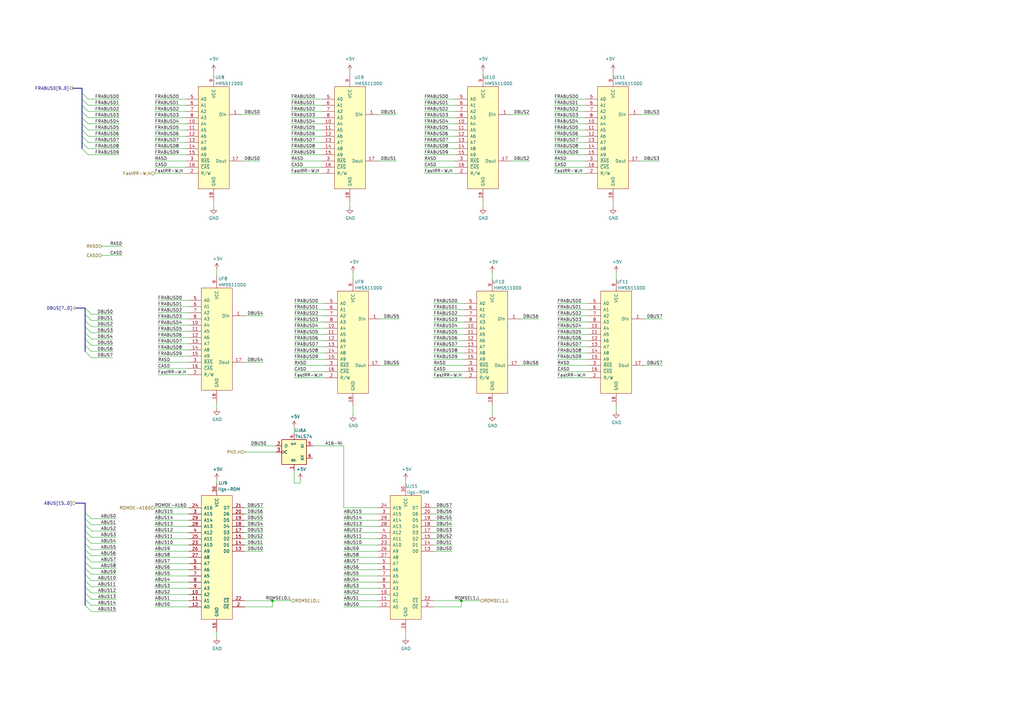
<source format=kicad_sch>
(kicad_sch (version 20211123) (generator eeschema)
  (paper "A3")
  (title_block (title "RAM") (rev "2") (company "bald.ee/bitpreserve") (comment 1 "ROM3 / 1 Mb IIgs") (comment 2 "Redrawn by james@baldengineer"))
  (lib_symbols
    (symbol "74xx:74LS74" (pin_names (offset 1.016))
      (property "Reference" "U" (at -7.62 8.89 0))
      (property "Value" "74LS74" (at -7.62 -8.89 0))
      (symbol "74LS74_1_0"
        (pin input line (at 0 -7.62 90) (length 2.54) (name "~{R}") (number "1"))
        (pin input line (at -7.62 2.54 0) (length 2.54) (name "D") (number "2"))
        (pin input clock (at -7.62 0 0) (length 2.54) (name "C") (number "3"))
        (pin input line (at 0 7.62 270) (length 2.54) (name "~{S}") (number "4"))
        (pin output line (at 7.62 2.54 180) (length 2.54) (name "Q") (number "5"))
        (pin output line (at 7.62 -2.54 180) (length 2.54) (name "~{Q}") (number "6"))
      )
      (symbol "74LS74_1_1"
        (rectangle (start -5.08 5.08) (end 5.08 -5.08) (stroke (width 0.254)) (fill (type background)))
      )
      (symbol "74LS74_2_0"
        (pin input line (at 0 7.62 270) (length 2.54) (name "~{S}") (number "10"))
        (pin input clock (at -7.62 0 0) (length 2.54) (name "C") (number "11"))
        (pin input line (at -7.62 2.54 0) (length 2.54) (name "D") (number "12"))
        (pin input line (at 0 -7.62 90) (length 2.54) (name "~{R}") (number "13"))
        (pin output line (at 7.62 -2.54 180) (length 2.54) (name "~{Q}") (number "8"))
        (pin output line (at 7.62 2.54 180) (length 2.54) (name "Q") (number "9"))
      )
      (symbol "74LS74_2_1"
        (rectangle (start -5.08 5.08) (end 5.08 -5.08) (stroke (width 0.254)) (fill (type background)))
      )
      (symbol "74LS74_3_0"
        (pin power_in line (at 0 10.16 270) (length 2.54) (name "VCC") (number "14"))
        (pin power_in line (at 0 -10.16 90) (length 2.54) (name "GND") (number "7"))
      )
      (symbol "74LS74_3_1"
        (rectangle (start -5.08 7.62) (end 5.08 -7.62) (stroke (width 0.254)) (fill (type background)))
      )
    )
    (symbol "IIgs-Schematic:HMS511000" (pin_names (offset 1.016))
      (property "Reference" "U" (at -11.43 24.13 0))
      (property "Value" "HMS511000" (at -7.62 21.59 0))
      (symbol "HMS511000_0_0"
        (rectangle (start -6.35 20.32) (end 6.35 -21.59) (fill (type background)))
      )
      (symbol "HMS511000_1_1"
        (pin input line (at 11.43 8.89 180) (length 5.08) (name "Din") (number "1"))
        (pin input line (at -11.43 5.08 0) (length 5.08) (name "A4") (number "10"))
        (pin input line (at -11.43 2.54 0) (length 5.08) (name "A5") (number "11"))
        (pin input line (at -11.43 0 0) (length 5.08) (name "A6") (number "12"))
        (pin input line (at -11.43 -2.54 0) (length 5.08) (name "A7") (number "13"))
        (pin input line (at -11.43 -5.08 0) (length 5.08) (name "A8") (number "14"))
        (pin input line (at -11.43 -7.62 0) (length 5.08) (name "A9") (number "15"))
        (pin input line (at -11.43 -12.7 0) (length 5.08) (name "~{CAS}") (number "16"))
        (pin input line (at 11.43 -10.16 180) (length 5.08) (name "Dout") (number "17"))
        (pin input line (at 0 -26.67 90) (length 5.08) (name "GND") (number "18"))
        (pin input line (at -11.43 -15.24 0) (length 5.08) (name "R/W") (number "2"))
        (pin input line (at -11.43 -10.16 0) (length 5.08) (name "~{RAS}") (number "3"))
        (pin input line (at -11.43 15.24 0) (length 5.08) (name "A0") (number "5"))
        (pin input line (at -11.43 12.7 0) (length 5.08) (name "A1") (number "6"))
        (pin input line (at -11.43 10.16 0) (length 5.08) (name "A2") (number "7"))
        (pin input line (at -11.43 7.62 0) (length 5.08) (name "A3") (number "8"))
        (pin input line (at 0 25.4 270) (length 5.08) (name "VCC") (number "9"))
      )
    )
    (symbol "IIgs-Schematic:IIgs-ROM" (pin_names (offset 1.016))
      (property "Reference" "U" (at -6.35 29.21 0))
      (property "Value" "IIgs-ROM" (at -7.62 25.4 0))
      (symbol "IIgs-ROM_0_0"
        (rectangle (start -6.35 22.86) (end 6.35 -27.94) (fill (type background)))
      )
      (symbol "IIgs-ROM_1_1"
        (pin input line (at -11.43 -17.78 0) (length 5.08) (name "A2") (number "10"))
        (pin input line (at -11.43 -20.32 0) (length 5.08) (name "A1") (number "11"))
        (pin input line (at -11.43 -22.86 0) (length 5.08) (name "A0") (number "12"))
        (pin input line (at 11.43 0 180) (length 5.08) (name "D0") (number "13"))
        (pin input line (at 11.43 2.54 180) (length 5.08) (name "D1") (number "14"))
        (pin input line (at 11.43 5.08 180) (length 5.08) (name "D2") (number "15"))
        (pin input line (at 0 -33.02 90) (length 5.08) (name "GND") (number "16"))
        (pin input line (at 11.43 7.62 180) (length 5.08) (name "D3") (number "17"))
        (pin input line (at 11.43 10.16 180) (length 5.08) (name "D4") (number "18"))
        (pin input line (at 11.43 12.7 180) (length 5.08) (name "D5") (number "19"))
        (pin input line (at 11.43 -22.86 180) (length 5.08) (name "~{OE}") (number "2"))
        (pin input line (at 11.43 15.24 180) (length 5.08) (name "D6") (number "20"))
        (pin input line (at 11.43 17.78 180) (length 5.08) (name "D7") (number "21"))
        (pin input line (at 11.43 -20.32 180) (length 5.08) (name "~{CE}") (number "22"))
        (pin input line (at -11.43 2.54 0) (length 5.08) (name "A10") (number "23"))
        (pin input line (at -11.43 17.78 0) (length 5.08) (name "A16") (number "24"))
        (pin input line (at -11.43 5.08 0) (length 5.08) (name "A11") (number "25"))
        (pin input line (at -11.43 0 0) (length 5.08) (name "A9") (number "26"))
        (pin input line (at -11.43 -2.54 0) (length 5.08) (name "A8") (number "27"))
        (pin input line (at -11.43 10.16 0) (length 5.08) (name "A13") (number "28"))
        (pin input line (at -11.43 12.7 0) (length 5.08) (name "A14") (number "29"))
        (pin input line (at -11.43 15.24 0) (length 5.08) (name "A15") (number "3"))
        (pin input line (at 0 27.94 270) (length 5.08) (name "VCC") (number "30"))
        (pin input line (at -11.43 7.62 0) (length 5.08) (name "A12") (number "4"))
        (pin input line (at -11.43 -5.08 0) (length 5.08) (name "A7") (number "5"))
        (pin input line (at -11.43 -7.62 0) (length 5.08) (name "A6") (number "6"))
        (pin input line (at -11.43 -10.16 0) (length 5.08) (name "A5") (number "7"))
        (pin input line (at -11.43 -12.7 0) (length 5.08) (name "A4") (number "8"))
        (pin input line (at -11.43 -15.24 0) (length 5.08) (name "A3") (number "9"))
      )
    )
    (symbol "power:+5V" (power) (pin_names (offset 0))
      (property "Value" "+5V" (at 0 3.556 0))
      (symbol "+5V_0_1"
        (polyline (pts (xy -0.762 1.27) (xy 0 2.54)))
        (polyline (pts (xy 0 0) (xy 0 2.54)))
        (polyline (pts (xy 0 2.54) (xy 0.762 1.27)))
      )
      (symbol "+5V_1_1"
        (pin power_in line (at 0 0 90) (length 0) hide (name "+5V") (number "1"))
      )
    )
    (symbol "power:GND" (power) (pin_names (offset 0))
      (property "Value" "GND" (at 0 -3.81 0))
      (symbol "GND_0_1"
        (polyline (pts (xy 0 0) (xy 0 -1.27) (xy 1.27 -1.27) (xy 0 -2.54) (xy -1.27 -1.27) (xy 0 -1.27)))
      )
      (symbol "GND_1_1"
        (pin power_in line (at 0 0 270) (length 0) hide (name "GND") (number "1"))
      )
    )
  )
  (junction (at 189.23 246.38))
  (junction (at 111.76 246.38))
  (bus_entry (at 36.195 63.5) (size -2.54 -2.54))
  (bus_entry (at 34.925 245.745) (size 2.54 2.54))
  (bus_entry (at 34.925 128.905) (size 2.54 2.54))
  (bus_entry (at 34.925 126.365) (size 2.54 2.54))
  (bus_entry (at 36.195 48.26) (size -2.54 -2.54))
  (bus_entry (at 34.925 225.425) (size 2.54 2.54))
  (bus_entry (at 36.195 58.42) (size -2.54 -2.54))
  (bus_entry (at 36.195 55.88) (size -2.54 -2.54))
  (bus_entry (at 36.195 60.96) (size -2.54 -2.54))
  (bus_entry (at 34.925 212.725) (size 2.54 2.54))
  (bus_entry (at 34.925 210.185) (size 2.54 2.54))
  (bus_entry (at 34.925 227.965) (size 2.54 2.54))
  (bus_entry (at 34.925 233.045) (size 2.54 2.54))
  (bus_entry (at 34.925 248.285) (size 2.54 2.54))
  (bus_entry (at 34.925 220.345) (size 2.54 2.54))
  (bus_entry (at 34.925 222.885) (size 2.54 2.54))
  (bus_entry (at 36.195 40.64) (size -2.54 -2.54))
  (bus_entry (at 34.925 240.665) (size 2.54 2.54))
  (bus_entry (at 36.195 50.8) (size -2.54 -2.54))
  (bus_entry (at 36.195 43.18) (size -2.54 -2.54))
  (bus_entry (at 34.925 217.805) (size 2.54 2.54))
  (bus_entry (at 34.925 131.445) (size 2.54 2.54))
  (bus_entry (at 34.925 235.585) (size 2.54 2.54))
  (bus_entry (at 34.925 139.065) (size 2.54 2.54))
  (bus_entry (at 34.925 144.145) (size 2.54 2.54))
  (bus_entry (at 34.925 230.505) (size 2.54 2.54))
  (bus_entry (at 36.195 45.72) (size -2.54 -2.54))
  (bus_entry (at 36.195 53.34) (size -2.54 -2.54))
  (bus_entry (at 34.925 133.985) (size 2.54 2.54))
  (bus_entry (at 34.925 238.125) (size 2.54 2.54))
  (bus_entry (at 34.925 141.605) (size 2.54 2.54))
  (bus_entry (at 34.925 136.525) (size 2.54 2.54))
  (bus_entry (at 34.925 215.265) (size 2.54 2.54))
  (bus_entry (at 34.925 243.205) (size 2.54 2.54))
  (wire (pts (xy 177.8 129.54) (xy 190.5 129.54)))
  (wire (pts (xy 107.95 213.36) (xy 100.33 213.36)))
  (wire (pts (xy 64.77 130.81) (xy 77.47 130.81)))
  (wire (pts (xy 63.5 53.34) (xy 76.2 53.34)))
  (wire (pts (xy 46.355 131.445) (xy 37.465 131.445)))
  (wire (pts (xy 87.63 29.21) (xy 87.63 30.48)))
  (wire (pts (xy 37.465 217.805) (xy 47.625 217.805)))
  (bus (pts (xy 33.655 53.34) (xy 33.655 55.88)))
  (wire (pts (xy 228.6 127) (xy 241.3 127)))
  (wire (pts (xy 120.65 175.26) (xy 120.65 177.8)))
  (wire (pts (xy 154.94 246.38) (xy 140.97 246.38)))
  (wire (pts (xy 252.73 111.76) (xy 252.73 114.3)))
  (wire (pts (xy 262.89 46.99) (xy 270.51 46.99)))
  (wire (pts (xy 173.99 60.96) (xy 186.69 60.96)))
  (wire (pts (xy 227.33 60.96) (xy 240.03 60.96)))
  (bus (pts (xy 34.925 128.905) (xy 34.925 131.445)))
  (bus (pts (xy 34.925 210.185) (xy 34.925 212.725)))
  (wire (pts (xy 77.47 233.68) (xy 63.5 233.68)))
  (wire (pts (xy 185.42 215.9) (xy 177.8 215.9)))
  (wire (pts (xy 77.47 236.22) (xy 63.5 236.22)))
  (wire (pts (xy 154.94 233.68) (xy 140.97 233.68)))
  (wire (pts (xy 177.8 210.82) (xy 185.42 210.82)))
  (bus (pts (xy 34.925 136.525) (xy 34.925 139.065)))
  (bus (pts (xy 34.925 212.725) (xy 34.925 215.265)))
  (wire (pts (xy 107.95 215.9) (xy 100.33 215.9)))
  (wire (pts (xy 120.65 134.62) (xy 133.35 134.62)))
  (wire (pts (xy 48.895 43.18) (xy 36.195 43.18)))
  (wire (pts (xy 185.42 220.98) (xy 177.8 220.98)))
  (wire (pts (xy 64.77 138.43) (xy 77.47 138.43)))
  (wire (pts (xy 228.6 124.46) (xy 241.3 124.46)))
  (wire (pts (xy 227.33 63.5) (xy 240.03 63.5)))
  (wire (pts (xy 120.65 139.7) (xy 133.35 139.7)))
  (bus (pts (xy 34.925 133.985) (xy 34.925 136.525)))
  (wire (pts (xy 120.65 154.94) (xy 133.35 154.94)))
  (wire (pts (xy 63.5 63.5) (xy 76.2 63.5)))
  (bus (pts (xy 34.925 238.125) (xy 34.925 240.665)))
  (bus (pts (xy 34.925 245.745) (xy 34.925 248.285)))
  (wire (pts (xy 111.76 246.38) (xy 119.38 246.38)))
  (wire (pts (xy 102.87 182.88) (xy 113.03 182.88)))
  (wire (pts (xy 46.355 136.525) (xy 37.465 136.525)))
  (wire (pts (xy 177.8 139.7) (xy 190.5 139.7)))
  (wire (pts (xy 107.95 208.28) (xy 100.33 208.28)))
  (wire (pts (xy 227.33 71.12) (xy 240.03 71.12)))
  (wire (pts (xy 140.97 182.88) (xy 140.97 208.28)))
  (wire (pts (xy 100.33 248.92) (xy 111.76 248.92)))
  (wire (pts (xy 120.65 152.4) (xy 133.35 152.4)))
  (wire (pts (xy 119.38 50.8) (xy 132.08 50.8)))
  (wire (pts (xy 198.12 82.55) (xy 198.12 85.09)))
  (wire (pts (xy 177.8 154.94) (xy 190.5 154.94)))
  (wire (pts (xy 37.465 250.825) (xy 47.625 250.825)))
  (wire (pts (xy 228.6 139.7) (xy 241.3 139.7)))
  (wire (pts (xy 251.46 29.21) (xy 251.46 30.48)))
  (wire (pts (xy 63.5 45.72) (xy 76.2 45.72)))
  (bus (pts (xy 34.925 141.605) (xy 34.925 144.145)))
  (wire (pts (xy 177.8 144.78) (xy 190.5 144.78)))
  (wire (pts (xy 228.6 132.08) (xy 241.3 132.08)))
  (wire (pts (xy 100.33 129.54) (xy 107.95 129.54)))
  (wire (pts (xy 63.5 58.42) (xy 76.2 58.42)))
  (bus (pts (xy 33.655 45.72) (xy 33.655 48.26)))
  (wire (pts (xy 120.65 144.78) (xy 133.35 144.78)))
  (wire (pts (xy 77.47 228.6) (xy 63.5 228.6)))
  (wire (pts (xy 48.895 60.96) (xy 36.195 60.96)))
  (wire (pts (xy 99.06 66.04) (xy 106.68 66.04)))
  (wire (pts (xy 177.8 147.32) (xy 190.5 147.32)))
  (wire (pts (xy 144.78 111.76) (xy 144.78 114.3)))
  (wire (pts (xy 173.99 40.64) (xy 186.69 40.64)))
  (wire (pts (xy 177.8 149.86) (xy 190.5 149.86)))
  (wire (pts (xy 119.38 43.18) (xy 132.08 43.18)))
  (wire (pts (xy 77.47 246.38) (xy 63.5 246.38)))
  (bus (pts (xy 34.925 220.345) (xy 34.925 222.885)))
  (wire (pts (xy 120.65 198.12) (xy 123.19 198.12)))
  (wire (pts (xy 177.8 137.16) (xy 190.5 137.16)))
  (wire (pts (xy 48.895 48.26) (xy 36.195 48.26)))
  (wire (pts (xy 64.77 135.89) (xy 77.47 135.89)))
  (wire (pts (xy 88.9 167.64) (xy 88.9 165.1)))
  (wire (pts (xy 228.6 144.78) (xy 241.3 144.78)))
  (wire (pts (xy 77.47 226.06) (xy 63.5 226.06)))
  (bus (pts (xy 34.925 243.205) (xy 34.925 245.745)))
  (wire (pts (xy 227.33 43.18) (xy 240.03 43.18)))
  (wire (pts (xy 154.94 213.36) (xy 140.97 213.36)))
  (wire (pts (xy 177.8 132.08) (xy 190.5 132.08)))
  (wire (pts (xy 177.8 152.4) (xy 190.5 152.4)))
  (bus (pts (xy 34.925 222.885) (xy 34.925 225.425)))
  (wire (pts (xy 37.465 248.285) (xy 47.625 248.285)))
  (wire (pts (xy 119.38 66.04) (xy 132.08 66.04)))
  (wire (pts (xy 63.5 43.18) (xy 76.2 43.18)))
  (wire (pts (xy 64.77 148.59) (xy 77.47 148.59)))
  (wire (pts (xy 48.895 63.5) (xy 36.195 63.5)))
  (wire (pts (xy 154.94 220.98) (xy 140.97 220.98)))
  (bus (pts (xy 33.655 36.195) (xy 33.655 38.1)))
  (wire (pts (xy 77.47 248.92) (xy 63.5 248.92)))
  (wire (pts (xy 107.95 220.98) (xy 100.33 220.98)))
  (bus (pts (xy 34.925 126.365) (xy 31.115 126.365)))
  (wire (pts (xy 119.38 45.72) (xy 132.08 45.72)))
  (wire (pts (xy 41.91 104.775) (xy 50.165 104.775)))
  (wire (pts (xy 140.97 208.28) (xy 154.94 208.28)))
  (wire (pts (xy 41.91 100.965) (xy 50.165 100.965)))
  (wire (pts (xy 173.99 50.8) (xy 186.69 50.8)))
  (wire (pts (xy 227.33 40.64) (xy 240.03 40.64)))
  (wire (pts (xy 77.47 215.9) (xy 63.5 215.9)))
  (wire (pts (xy 64.77 125.73) (xy 77.47 125.73)))
  (wire (pts (xy 213.36 130.81) (xy 220.98 130.81)))
  (wire (pts (xy 63.5 48.26) (xy 76.2 48.26)))
  (wire (pts (xy 37.465 227.965) (xy 47.625 227.965)))
  (wire (pts (xy 154.94 236.22) (xy 140.97 236.22)))
  (bus (pts (xy 33.655 58.42) (xy 33.655 60.96)))
  (wire (pts (xy 48.895 50.8) (xy 36.195 50.8)))
  (wire (pts (xy 154.94 223.52) (xy 140.97 223.52)))
  (wire (pts (xy 154.94 241.3) (xy 140.97 241.3)))
  (wire (pts (xy 77.47 223.52) (xy 63.5 223.52)))
  (wire (pts (xy 88.9 196.85) (xy 88.9 198.12)))
  (wire (pts (xy 88.9 110.49) (xy 88.9 113.03)))
  (wire (pts (xy 173.99 66.04) (xy 186.69 66.04)))
  (wire (pts (xy 154.94 210.82) (xy 140.97 210.82)))
  (wire (pts (xy 173.99 45.72) (xy 186.69 45.72)))
  (wire (pts (xy 64.77 143.51) (xy 77.47 143.51)))
  (wire (pts (xy 48.895 55.88) (xy 36.195 55.88)))
  (wire (pts (xy 107.95 226.06) (xy 100.33 226.06)))
  (wire (pts (xy 227.33 58.42) (xy 240.03 58.42)))
  (wire (pts (xy 120.65 129.54) (xy 133.35 129.54)))
  (wire (pts (xy 48.895 58.42) (xy 36.195 58.42)))
  (bus (pts (xy 34.925 230.505) (xy 34.925 233.045)))
  (wire (pts (xy 228.6 149.86) (xy 241.3 149.86)))
  (bus (pts (xy 33.655 55.88) (xy 33.655 58.42)))
  (wire (pts (xy 228.6 137.16) (xy 241.3 137.16)))
  (wire (pts (xy 119.38 71.12) (xy 132.08 71.12)))
  (wire (pts (xy 37.465 220.345) (xy 47.625 220.345)))
  (wire (pts (xy 120.65 137.16) (xy 133.35 137.16)))
  (wire (pts (xy 64.77 146.05) (xy 77.47 146.05)))
  (wire (pts (xy 37.465 235.585) (xy 47.625 235.585)))
  (wire (pts (xy 156.21 130.81) (xy 163.83 130.81)))
  (wire (pts (xy 120.65 124.46) (xy 133.35 124.46)))
  (wire (pts (xy 77.47 241.3) (xy 63.5 241.3)))
  (wire (pts (xy 227.33 68.58) (xy 240.03 68.58)))
  (wire (pts (xy 100.33 210.82) (xy 107.95 210.82)))
  (wire (pts (xy 46.355 133.985) (xy 37.465 133.985)))
  (wire (pts (xy 264.16 130.81) (xy 271.78 130.81)))
  (wire (pts (xy 46.355 141.605) (xy 37.465 141.605)))
  (bus (pts (xy 34.925 240.665) (xy 34.925 243.205)))
  (wire (pts (xy 48.895 53.34) (xy 36.195 53.34)))
  (wire (pts (xy 77.47 220.98) (xy 63.5 220.98)))
  (wire (pts (xy 173.99 43.18) (xy 186.69 43.18)))
  (wire (pts (xy 63.5 208.28) (xy 77.47 208.28)))
  (wire (pts (xy 120.65 142.24) (xy 133.35 142.24)))
  (wire (pts (xy 64.77 123.19) (xy 77.47 123.19)))
  (wire (pts (xy 228.6 134.62) (xy 241.3 134.62)))
  (bus (pts (xy 31.115 206.375) (xy 34.925 206.375)))
  (wire (pts (xy 119.38 68.58) (xy 132.08 68.58)))
  (wire (pts (xy 46.355 146.685) (xy 37.465 146.685)))
  (wire (pts (xy 77.47 218.44) (xy 63.5 218.44)))
  (wire (pts (xy 119.38 55.88) (xy 132.08 55.88)))
  (wire (pts (xy 87.63 82.55) (xy 87.63 85.09)))
  (wire (pts (xy 173.99 63.5) (xy 186.69 63.5)))
  (wire (pts (xy 154.94 215.9) (xy 140.97 215.9)))
  (wire (pts (xy 46.355 139.065) (xy 37.465 139.065)))
  (wire (pts (xy 189.23 246.38) (xy 196.85 246.38)))
  (wire (pts (xy 154.94 248.92) (xy 140.97 248.92)))
  (wire (pts (xy 128.27 182.88) (xy 140.97 182.88)))
  (wire (pts (xy 100.33 246.38) (xy 111.76 246.38)))
  (wire (pts (xy 119.38 63.5) (xy 132.08 63.5)))
  (wire (pts (xy 201.93 111.76) (xy 201.93 114.3)))
  (wire (pts (xy 173.99 53.34) (xy 186.69 53.34)))
  (bus (pts (xy 34.925 235.585) (xy 34.925 238.125)))
  (wire (pts (xy 37.465 230.505) (xy 47.625 230.505)))
  (wire (pts (xy 173.99 58.42) (xy 186.69 58.42)))
  (wire (pts (xy 189.23 248.92) (xy 189.23 246.38)))
  (wire (pts (xy 173.99 71.12) (xy 186.69 71.12)))
  (wire (pts (xy 37.465 222.885) (xy 47.625 222.885)))
  (wire (pts (xy 154.94 66.04) (xy 162.56 66.04)))
  (wire (pts (xy 111.76 248.92) (xy 111.76 246.38)))
  (wire (pts (xy 77.47 243.84) (xy 63.5 243.84)))
  (wire (pts (xy 77.47 231.14) (xy 63.5 231.14)))
  (wire (pts (xy 88.9 259.08) (xy 88.9 261.62)))
  (wire (pts (xy 119.38 53.34) (xy 132.08 53.34)))
  (wire (pts (xy 107.95 223.52) (xy 100.33 223.52)))
  (wire (pts (xy 64.77 140.97) (xy 77.47 140.97)))
  (wire (pts (xy 37.465 238.125) (xy 47.625 238.125)))
  (wire (pts (xy 77.47 238.76) (xy 63.5 238.76)))
  (wire (pts (xy 120.65 193.04) (xy 120.65 198.12)))
  (wire (pts (xy 177.8 142.24) (xy 190.5 142.24)))
  (wire (pts (xy 46.355 144.145) (xy 37.465 144.145)))
  (bus (pts (xy 33.655 48.26) (xy 33.655 50.8)))
  (wire (pts (xy 120.65 147.32) (xy 133.35 147.32)))
  (wire (pts (xy 264.16 149.86) (xy 271.78 149.86)))
  (wire (pts (xy 119.38 58.42) (xy 132.08 58.42)))
  (wire (pts (xy 166.37 196.85) (xy 166.37 198.12)))
  (bus (pts (xy 34.925 126.365) (xy 34.925 128.905)))
  (wire (pts (xy 63.5 71.12) (xy 76.2 71.12)))
  (wire (pts (xy 177.8 248.92) (xy 189.23 248.92)))
  (wire (pts (xy 177.8 124.46) (xy 190.5 124.46)))
  (wire (pts (xy 63.5 40.64) (xy 76.2 40.64)))
  (wire (pts (xy 227.33 45.72) (xy 240.03 45.72)))
  (wire (pts (xy 119.38 48.26) (xy 132.08 48.26)))
  (wire (pts (xy 262.89 66.04) (xy 270.51 66.04)))
  (wire (pts (xy 227.33 53.34) (xy 240.03 53.34)))
  (wire (pts (xy 166.37 259.08) (xy 166.37 261.62)))
  (wire (pts (xy 201.93 166.37) (xy 201.93 170.18)))
  (wire (pts (xy 173.99 68.58) (xy 186.69 68.58)))
  (wire (pts (xy 37.465 212.725) (xy 47.625 212.725)))
  (bus (pts (xy 34.925 131.445) (xy 34.925 133.985)))
  (wire (pts (xy 77.47 210.82) (xy 63.5 210.82)))
  (wire (pts (xy 228.6 147.32) (xy 241.3 147.32)))
  (wire (pts (xy 185.42 226.06) (xy 177.8 226.06)))
  (wire (pts (xy 120.65 149.86) (xy 133.35 149.86)))
  (wire (pts (xy 119.38 40.64) (xy 132.08 40.64)))
  (wire (pts (xy 37.465 240.665) (xy 47.625 240.665)))
  (wire (pts (xy 209.55 46.99) (xy 217.17 46.99)))
  (bus (pts (xy 34.925 233.045) (xy 34.925 235.585)))
  (wire (pts (xy 228.6 152.4) (xy 241.3 152.4)))
  (wire (pts (xy 77.47 213.36) (xy 63.5 213.36)))
  (wire (pts (xy 185.42 218.44) (xy 177.8 218.44)))
  (wire (pts (xy 120.65 132.08) (xy 133.35 132.08)))
  (wire (pts (xy 154.94 218.44) (xy 140.97 218.44)))
  (wire (pts (xy 63.5 68.58) (xy 76.2 68.58)))
  (wire (pts (xy 156.21 149.86) (xy 163.83 149.86)))
  (wire (pts (xy 185.42 213.36) (xy 177.8 213.36)))
  (wire (pts (xy 99.06 46.99) (xy 106.68 46.99)))
  (wire (pts (xy 63.5 55.88) (xy 76.2 55.88)))
  (bus (pts (xy 33.655 36.195) (xy 29.845 36.195)))
  (bus (pts (xy 33.655 50.8) (xy 33.655 53.34)))
  (wire (pts (xy 213.36 149.86) (xy 220.98 149.86)))
  (wire (pts (xy 227.33 55.88) (xy 240.03 55.88)))
  (wire (pts (xy 37.465 233.045) (xy 47.625 233.045)))
  (wire (pts (xy 185.42 223.52) (xy 177.8 223.52)))
  (wire (pts (xy 63.5 66.04) (xy 76.2 66.04)))
  (wire (pts (xy 63.5 50.8) (xy 76.2 50.8)))
  (wire (pts (xy 37.465 243.205) (xy 47.625 243.205)))
  (bus (pts (xy 34.925 227.965) (xy 34.925 230.505)))
  (wire (pts (xy 143.51 82.55) (xy 143.51 85.09)))
  (wire (pts (xy 154.94 46.99) (xy 162.56 46.99)))
  (wire (pts (xy 154.94 226.06) (xy 140.97 226.06)))
  (wire (pts (xy 173.99 48.26) (xy 186.69 48.26)))
  (wire (pts (xy 227.33 66.04) (xy 240.03 66.04)))
  (wire (pts (xy 154.94 238.76) (xy 140.97 238.76)))
  (wire (pts (xy 64.77 133.35) (xy 77.47 133.35)))
  (wire (pts (xy 100.33 185.42) (xy 113.03 185.42)))
  (wire (pts (xy 120.65 127) (xy 133.35 127)))
  (wire (pts (xy 48.895 45.72) (xy 36.195 45.72)))
  (wire (pts (xy 154.94 243.84) (xy 140.97 243.84)))
  (wire (pts (xy 107.95 218.44) (xy 100.33 218.44)))
  (wire (pts (xy 177.8 246.38) (xy 189.23 246.38)))
  (wire (pts (xy 154.94 231.14) (xy 140.97 231.14)))
  (wire (pts (xy 123.19 198.12) (xy 123.19 196.85)))
  (wire (pts (xy 63.5 60.96) (xy 76.2 60.96)))
  (wire (pts (xy 37.465 245.745) (xy 47.625 245.745)))
  (wire (pts (xy 37.465 215.265) (xy 47.625 215.265)))
  (bus (pts (xy 33.655 40.64) (xy 33.655 43.18)))
  (wire (pts (xy 119.38 60.96) (xy 132.08 60.96)))
  (bus (pts (xy 34.925 217.805) (xy 34.925 220.345)))
  (wire (pts (xy 227.33 50.8) (xy 240.03 50.8)))
  (wire (pts (xy 37.465 225.425) (xy 47.625 225.425)))
  (wire (pts (xy 64.77 128.27) (xy 77.47 128.27)))
  (bus (pts (xy 34.925 225.425) (xy 34.925 227.965)))
  (wire (pts (xy 252.73 166.37) (xy 252.73 168.91)))
  (wire (pts (xy 227.33 48.26) (xy 240.03 48.26)))
  (wire (pts (xy 228.6 142.24) (xy 241.3 142.24)))
  (bus (pts (xy 34.925 215.265) (xy 34.925 217.805)))
  (wire (pts (xy 64.77 153.67) (xy 77.47 153.67)))
  (wire (pts (xy 46.355 128.905) (xy 37.465 128.905)))
  (wire (pts (xy 154.94 228.6) (xy 140.97 228.6)))
  (bus (pts (xy 33.655 43.18) (xy 33.655 45.72)))
  (wire (pts (xy 64.77 151.13) (xy 77.47 151.13)))
  (bus (pts (xy 34.925 206.375) (xy 34.925 210.185)))
  (wire (pts (xy 144.78 166.37) (xy 144.78 170.18)))
  (bus (pts (xy 34.925 139.065) (xy 34.925 141.605)))
  (wire (pts (xy 48.895 40.64) (xy 36.195 40.64)))
  (wire (pts (xy 228.6 129.54) (xy 241.3 129.54)))
  (wire (pts (xy 228.6 154.94) (xy 241.3 154.94)))
  (wire (pts (xy 100.33 148.59) (xy 107.95 148.59)))
  (wire (pts (xy 185.42 208.28) (xy 177.8 208.28)))
  (wire (pts (xy 177.8 134.62) (xy 190.5 134.62)))
  (wire (pts (xy 143.51 29.21) (xy 143.51 30.48)))
  (wire (pts (xy 173.99 55.88) (xy 186.69 55.88)))
  (bus (pts (xy 33.655 38.1) (xy 33.655 40.64)))
  (wire (pts (xy 251.46 82.55) (xy 251.46 85.09)))
  (wire (pts (xy 209.55 66.04) (xy 217.17 66.04)))
  (wire (pts (xy 177.8 127) (xy 190.5 127)))
  (wire (pts (xy 198.12 29.21) (xy 198.12 30.48)))
  (label "FRABUSD0" (at 177.8 124.46 0))
  (label "FastRR-W.H" (at 177.8 154.94 0))
  (label "FRABUSD5" (at 48.895 53.34 180))
  (label "FRABUSD0" (at 120.65 124.46 0))
  (label "DBUS0" (at 102.87 182.88 0))
  (label "FRABUSD1" (at 227.33 43.18 0))
  (label "FastRR-W.H" (at 227.33 71.12 0))
  (label "CASD" (at 64.77 151.13 0))
  (label "FRABUSD3" (at 227.33 48.26 0))
  (label "FRABUSD3" (at 173.99 48.26 0))
  (label "ABUS12" (at 140.97 218.44 0))
  (label "FRABUSD5" (at 228.6 137.16 0))
  (label "FastRR-W.H" (at 64.77 153.67 0))
  (label "DBUS4" (at 107.95 148.59 180))
  (label "DBUS0" (at 107.95 226.06 180))
  (label "CASD" (at 173.99 68.58 0))
  (label "CASD" (at 119.38 68.58 0))
  (label "FRABUSD5" (at 173.99 53.34 0))
  (label "ABUS6" (at 63.5 233.68 0))
  (label "FRABUSD5" (at 177.8 137.16 0))
  (label "FRABUSD5" (at 63.5 53.34 0))
  (label "FRABUSD0" (at 173.99 40.64 0))
  (label "DBUS2" (at 107.95 220.98 180))
  (label "DBUS1" (at 162.56 66.04 180))
  (label "DBUS3" (at 107.95 218.44 180))
  (label "FRABUSD2" (at 63.5 45.72 0))
  (label "CASD" (at 50.165 104.775 180))
  (label "FRABUSD5" (at 119.38 53.34 0))
  (label "FRABUSD6" (at 177.8 139.7 0))
  (label "FRABUSD9" (at 177.8 147.32 0))
  (label "FRABUSD8" (at 119.38 60.96 0))
  (label "FRABUSD3" (at 228.6 132.08 0))
  (label "FRABUSD4" (at 228.6 134.62 0))
  (label "ABUS2" (at 63.5 243.84 0))
  (label "ABUS13" (at 140.97 215.9 0))
  (label "RASD" (at 63.5 66.04 0))
  (label "FRABUSD3" (at 63.5 48.26 0))
  (label "FRABUSD8" (at 177.8 144.78 0))
  (label "DBUS7" (at 107.95 208.28 180))
  (label "FRABUSD9" (at 173.99 63.5 0))
  (label "ABUS7" (at 47.625 230.505 180))
  (label "FRABUSD8" (at 120.65 144.78 0))
  (label "ABUS4" (at 63.5 238.76 0))
  (label "ABUS10" (at 140.97 223.52 0))
  (label "FRABUSD7" (at 64.77 140.97 0))
  (label "FRABUSD7" (at 228.6 142.24 0))
  (label "FRABUSD8" (at 48.895 60.96 180))
  (label "FRABUSD4" (at 48.895 50.8 180))
  (label "FRABUSD5" (at 227.33 53.34 0))
  (label "ABUS13" (at 47.625 245.745 180))
  (label "FRABUSD7" (at 63.5 58.42 0))
  (label "DBUS7" (at 271.78 149.86 180))
  (label "FRABUSD2" (at 227.33 45.72 0))
  (label "DBUS4" (at 185.42 215.9 180))
  (label "FRABUSD8" (at 227.33 60.96 0))
  (label "FRABUSD7" (at 48.895 58.42 180))
  (label "DBUS3" (at 185.42 218.44 180))
  (label "ABUS5" (at 47.625 225.425 180))
  (label "FastRR-W.H" (at 228.6 154.94 0))
  (label "DBUS5" (at 163.83 130.81 180))
  (label "RASD" (at 177.8 149.86 0))
  (label "ABUS9" (at 140.97 226.06 0))
  (label "FRABUSD2" (at 177.8 129.54 0))
  (label "ABUS2" (at 47.625 217.805 180))
  (label "DBUS4" (at 107.95 129.54 180))
  (label "FRABUSD4" (at 119.38 50.8 0))
  (label "FRABUSD2" (at 120.65 129.54 0))
  (label "ABUS5" (at 63.5 236.22 0))
  (label "FastRR-W.H" (at 120.65 154.94 0))
  (label "FRABUSD0" (at 227.33 40.64 0))
  (label "DBUS6" (at 107.95 210.82 180))
  (label "ABUS12" (at 63.5 218.44 0))
  (label "DBUS7" (at 271.78 130.81 180))
  (label "RASD" (at 64.77 148.59 0))
  (label "ROMSEL0.L" (at 119.38 246.38 180))
  (label "DBUS1" (at 107.95 223.52 180))
  (label "FRABUSD1" (at 63.5 43.18 0))
  (label "FRABUSD0" (at 64.77 123.19 0))
  (label "RASD" (at 119.38 66.04 0))
  (label "FRABUSD2" (at 48.895 45.72 180))
  (label "DBUS5" (at 185.42 213.36 180))
  (label "FastRR-W.H" (at 173.99 71.12 0))
  (label "FRABUSD2" (at 173.99 45.72 0))
  (label "ABUS12" (at 47.625 243.205 180))
  (label "FRABUSD4" (at 63.5 50.8 0))
  (label "DBUS6" (at 220.98 149.86 180))
  (label "FRABUSD1" (at 64.77 125.73 0))
  (label "ROMOE-A16D" (at 63.5 208.28 0))
  (label "FRABUSD4" (at 64.77 133.35 0))
  (label "DBUS5" (at 46.355 141.605 180))
  (label "CASD" (at 227.33 68.58 0))
  (label "DBUS7" (at 185.42 208.28 180))
  (label "FRABUSD7" (at 173.99 58.42 0))
  (label "RASD" (at 120.65 149.86 0))
  (label "FRABUSD4" (at 120.65 134.62 0))
  (label "FRABUSD0" (at 48.895 40.64 180))
  (label "RASD" (at 228.6 149.86 0))
  (label "DBUS2" (at 185.42 220.98 180))
  (label "ABUS10" (at 47.625 238.125 180))
  (label "ABUS0" (at 140.97 248.92 0))
  (label "ROMSEL1.L" (at 196.85 246.38 180))
  (label "ABUS8" (at 140.97 228.6 0))
  (label "FRABUSD1" (at 173.99 43.18 0))
  (label "ABUS9" (at 63.5 226.06 0))
  (label "ABUS15" (at 63.5 210.82 0))
  (label "FRABUSD8" (at 63.5 60.96 0))
  (label "DBUS3" (at 270.51 46.99 180))
  (label "ABUS7" (at 140.97 231.14 0))
  (label "FRABUSD8" (at 228.6 144.78 0))
  (label "ABUS1" (at 47.625 215.265 180))
  (label "FRABUSD4" (at 173.99 50.8 0))
  (label "FRABUSD2" (at 228.6 129.54 0))
  (label "DBUS4" (at 107.95 215.9 180))
  (label "FRABUSD9" (at 227.33 63.5 0))
  (label "DBUS2" (at 217.17 46.99 180))
  (label "ABUS14" (at 63.5 213.36 0))
  (label "FRABUSD7" (at 177.8 142.24 0))
  (label "FRABUSD3" (at 119.38 48.26 0))
  (label "FRABUSD4" (at 177.8 134.62 0))
  (label "FRABUSD9" (at 120.65 147.32 0))
  (label "FRABUSD6" (at 48.895 55.88 180))
  (label "ABUS6" (at 140.97 233.68 0))
  (label "FRABUSD6" (at 120.65 139.7 0))
  (label "FastRR-W.H" (at 119.38 71.12 0))
  (label "FRABUSD9" (at 119.38 63.5 0))
  (label "FRABUSD8" (at 64.77 143.51 0))
  (label "DBUS1" (at 162.56 46.99 180))
  (label "DBUS0" (at 106.68 46.99 180))
  (label "A16-NI" (at 133.35 182.88 0))
  (label "FRABUSD0" (at 63.5 40.64 0))
  (label "ABUS14" (at 140.97 213.36 0))
  (label "FRABUSD6" (at 63.5 55.88 0))
  (label "FRABUSD0" (at 228.6 124.46 0))
  (label "FRABUSD1" (at 48.895 43.18 180))
  (label "FRABUSD3" (at 64.77 130.81 0))
  (label "FRABUSD6" (at 227.33 55.88 0))
  (label "ABUS8" (at 63.5 228.6 0))
  (label "FRABUSD2" (at 64.77 128.27 0))
  (label "FRABUSD5" (at 120.65 137.16 0))
  (label "FRABUSD3" (at 120.65 132.08 0))
  (label "ABUS13" (at 63.5 215.9 0))
  (label "FastRR-W.H" (at 63.5 71.12 0))
  (label "ABUS2" (at 140.97 243.84 0))
  (label "ABUS11" (at 140.97 220.98 0))
  (label "FRABUSD7" (at 227.33 58.42 0))
  (label "FRABUSD1" (at 177.8 127 0))
  (label "RASD" (at 173.99 66.04 0))
  (label "CASD" (at 177.8 152.4 0))
  (label "FRABUSD0" (at 119.38 40.64 0))
  (label "ABUS6" (at 47.625 227.965 180))
  (label "FRABUSD9" (at 48.895 63.5 180))
  (label "RASD" (at 50.165 100.965 180))
  (label "FRABUSD2" (at 119.38 45.72 0))
  (label "ABUS0" (at 63.5 248.92 0))
  (label "DBUS5" (at 163.83 149.86 180))
  (label "ABUS4" (at 140.97 238.76 0))
  (label "DBUS0" (at 46.355 128.905 180))
  (label "FRABUSD6" (at 119.38 55.88 0))
  (label "CASD" (at 63.5 68.58 0))
  (label "CASD" (at 120.65 152.4 0))
  (label "DBUS3" (at 270.51 66.04 180))
  (label "ABUS10" (at 63.5 223.52 0))
  (label "FRABUSD6" (at 173.99 55.88 0))
  (label "DBUS7" (at 46.355 146.685 180))
  (label "DBUS2" (at 217.17 66.04 180))
  (label "DBUS1" (at 185.42 223.52 180))
  (label "DBUS1" (at 46.355 131.445 180))
  (label "DBUS0" (at 185.42 226.06 180))
  (label "DBUS5" (at 107.95 213.36 180))
  (label "FRABUSD8" (at 173.99 60.96 0))
  (label "ABUS14" (at 47.625 248.285 180))
  (label "ABUS11" (at 63.5 220.98 0))
  (label "ABUS1" (at 63.5 246.38 0))
  (label "DBUS0" (at 106.68 66.04 180))
  (label "RASD" (at 227.33 66.04 0))
  (label "FRABUSD1" (at 228.6 127 0))
  (label "FRABUSD5" (at 64.77 135.89 0))
  (label "DBUS6" (at 185.42 210.82 180))
  (label "FRABUSD7" (at 120.65 142.24 0))
  (label "ABUS7" (at 63.5 231.14 0))
  (label "DBUS4" (at 46.355 139.065 180))
  (label "ABUS11" (at 47.625 240.665 180))
  (label "FRABUSD3" (at 48.895 48.26 180))
  (label "FRABUSD9" (at 63.5 63.5 0))
  (label "ABUS4" (at 47.625 222.885 180))
  (label "ABUS8" (at 47.625 233.045 180))
  (label "FRABUSD3" (at 177.8 132.08 0))
  (label "CASD" (at 228.6 152.4 0))
  (label "ABUS5" (at 140.97 236.22 0))
  (label "FRABUSD4" (at 227.33 50.8 0))
  (label "DBUS3" (at 46.355 136.525 180))
  (label "DBUS2" (at 46.355 133.985 180))
  (label "FRABUSD9" (at 228.6 147.32 0))
  (label "FRABUSD7" (at 119.38 58.42 0))
  (label "ABUS15" (at 140.97 210.82 0))
  (label "DBUS6" (at 46.355 144.145 180))
  (label "ABUS3" (at 140.97 241.3 0))
  (label "ABUS0" (at 47.625 212.725 180))
  (label "FRABUSD6" (at 64.77 138.43 0))
  (label "FRABUSD6" (at 228.6 139.7 0))
  (label "ABUS1" (at 140.97 246.38 0))
  (label "FRABUSD9" (at 64.77 146.05 0))
  (label "ABUS15" (at 47.625 250.825 180))
  (label "ABUS3" (at 47.625 220.345 180))
  (label "DBUS6" (at 220.98 130.81 180))
  (label "ABUS9" (at 47.625 235.585 180))
  (label "FRABUSD1" (at 119.38 43.18 0))
  (label "ABUS3" (at 63.5 241.3 0))
  (label "FRABUSD1" (at 120.65 127 0))
  (hierarchical_label "ABUS[15..0]" (shape input) (at 31.115 206.375 180))
  (hierarchical_label "ROMSEL0.L" (shape input) (at 119.38 246.38 0))
  (hierarchical_label "FRABUSD[9..0]" (shape output) (at 29.845 36.195 180))
  (hierarchical_label "PH2.H" (shape input) (at 100.33 185.42 180))
  (hierarchical_label "FastRR-W.H" (shape input) (at 63.5 71.12 180))
  (hierarchical_label "ROMOE-A16D" (shape input) (at 63.5 208.28 180))
  (hierarchical_label "DBUS[7..0]" (shape bidirectional) (at 31.115 126.365 180))
  (hierarchical_label "ROMSEL1.L" (shape input) (at 196.85 246.38 0))
  (hierarchical_label "RASD" (shape input) (at 41.91 100.965 180))
  (hierarchical_label "CASD" (shape input) (at 41.91 104.775 180))
  (symbol (lib_id "IIgs-Schematic:HMS511000") (at 87.63 55.88 0) (unit 1)
    (property "Reference" "UE8" (at 90.17 31.75 0))
    (property "Value" "HMS511000" (at 93.98 34.29 0))
  )
  (symbol (lib_id "IIgs-Schematic:HMS511000") (at 143.51 55.88 0) (unit 1)
    (property "Reference" "UE9" (at 147.32 31.75 0))
    (property "Value" "HMS511000" (at 151.13 34.29 0))
  )
  (symbol (lib_id "IIgs-Schematic:HMS511000") (at 198.12 55.88 0) (unit 1)
    (property "Reference" "UE10" (at 200.66 31.75 0))
    (property "Value" "HMS511000" (at 204.47 34.29 0))
  )
  (symbol (lib_id "IIgs-Schematic:HMS511000") (at 251.46 55.88 0) (unit 1)
    (property "Reference" "UE11" (at 254 31.75 0))
    (property "Value" "HMS511000" (at 257.81 34.29 0))
  )
  (symbol (lib_id "IIgs-Schematic:HMS511000") (at 252.73 139.7 0) (unit 1)
    (property "Reference" "UF11" (at 255.27 115.57 0))
    (property "Value" "HMS511000" (at 259.08 118.11 0))
  )
  (symbol (lib_id "IIgs-Schematic:HMS511000") (at 201.93 139.7 0) (unit 1)
    (property "Reference" "UF10" (at 204.47 115.57 0))
    (property "Value" "HMS511000" (at 208.28 118.11 0))
  )
  (symbol (lib_id "IIgs-Schematic:HMS511000") (at 144.78 139.7 0) (unit 1)
    (property "Reference" "UF9" (at 147.32 115.57 0))
    (property "Value" "HMS511000" (at 151.13 118.11 0))
  )
  (symbol (lib_id "IIgs-Schematic:HMS511000") (at 88.9 138.43 0) (unit 1)
    (property "Reference" "UF8" (at 91.44 114.3 0))
    (property "Value" "HMS511000" (at 95.25 116.84 0))
  )
  (symbol (lib_id "IIgs-Schematic:IIgs-ROM") (at 88.9 226.06 0) (unit 1)
    (property "Reference" "UJ9" (at 91.44 198.12 0))
    (property "Value" "IIgs-ROM" (at 93.98 200.66 0))
  )
  (symbol (lib_id "IIgs-Schematic:IIgs-ROM") (at 166.37 226.06 0) (unit 1)
    (property "Reference" "UJ11" (at 168.91 199.39 0))
    (property "Value" "IIgs-ROM" (at 171.45 201.93 0))
  )
  (symbol (lib_id "74xx:74LS74") (at 120.65 185.42 0) (unit 1)
    (property "Reference" "UJ6" (at 123.19 176.53 0))
    (property "Value" "74LS74" (at 124.46 179.07 0))
    (property "Datasheet" "74xx/74hc_hct74.pdf" (effects hide))
  )
  (symbol (lib_id "power:GND") (at 87.63 85.09 0) (unit 1)
    (property "Reference" "#PWR0346" (effects hide))
    (property "Value" "GND" (at 87.757 89.4842 0))
  )
  (symbol (lib_id "power:+5V") (at 87.63 29.21 0) (unit 1)
    (property "Reference" "#PWR0341" (effects hide))
    (property "Value" "+5V" (at 87.63 24.13 0))
  )
  (symbol (lib_id "power:GND") (at 143.51 85.09 0) (unit 1)
    (property "Reference" "#PWR0343" (effects hide))
    (property "Value" "GND" (at 143.637 89.4842 0))
  )
  (symbol (lib_id "power:GND") (at 198.12 85.09 0) (unit 1)
    (property "Reference" "#PWR0355" (effects hide))
    (property "Value" "GND" (at 198.247 89.4842 0))
  )
  (symbol (lib_id "power:GND") (at 251.46 85.09 0) (unit 1)
    (property "Reference" "#PWR0357" (effects hide))
    (property "Value" "GND" (at 251.587 89.4842 0))
  )
  (symbol (lib_id "power:+5V") (at 143.51 29.21 0) (unit 1)
    (property "Reference" "#PWR0342" (effects hide))
    (property "Value" "+5V" (at 143.51 24.13 0))
  )
  (symbol (lib_id "power:+5V") (at 198.12 29.21 0) (unit 1)
    (property "Reference" "#PWR0356" (effects hide))
    (property "Value" "+5V" (at 198.12 24.13 0))
  )
  (symbol (lib_id "power:+5V") (at 251.46 29.21 0) (unit 1)
    (property "Reference" "#PWR0358" (effects hide))
    (property "Value" "+5V" (at 250.19 24.13 0))
  )
  (symbol (lib_id "power:GND") (at 88.9 167.64 0) (unit 1)
    (property "Reference" "#PWR0350" (effects hide))
    (property "Value" "GND" (at 89.027 172.0342 0))
  )
  (symbol (lib_id "power:GND") (at 144.78 170.18 0) (unit 1)
    (property "Reference" "#PWR0354" (effects hide))
    (property "Value" "GND" (at 144.907 174.5742 0))
  )
  (symbol (lib_id "power:GND") (at 201.93 170.18 0) (unit 1)
    (property "Reference" "#PWR0362" (effects hide))
    (property "Value" "GND" (at 202.057 174.5742 0))
  )
  (symbol (lib_id "power:GND") (at 252.73 168.91 0) (unit 1)
    (property "Reference" "#PWR0360" (effects hide))
    (property "Value" "GND" (at 252.857 173.3042 0))
  )
  (symbol (lib_id "power:+5V") (at 88.9 110.49 0) (unit 1)
    (property "Reference" "#PWR0345" (effects hide))
    (property "Value" "+5V" (at 89.281 106.0958 0))
  )
  (symbol (lib_id "power:+5V") (at 144.78 111.76 0) (unit 1)
    (property "Reference" "#PWR0344" (effects hide))
    (property "Value" "+5V" (at 145.161 107.3658 0))
  )
  (symbol (lib_id "power:+5V") (at 201.93 111.76 0) (unit 1)
    (property "Reference" "#PWR0361" (effects hide))
    (property "Value" "+5V" (at 202.311 107.3658 0))
  )
  (symbol (lib_id "power:+5V") (at 252.73 111.76 0) (unit 1)
    (property "Reference" "#PWR0359" (effects hide))
    (property "Value" "+5V" (at 253.111 107.3658 0))
  )
  (symbol (lib_id "power:GND") (at 88.9 261.62 0) (unit 1)
    (property "Reference" "#PWR0352" (effects hide))
    (property "Value" "GND" (at 89.027 266.0142 0))
  )
  (symbol (lib_id "power:GND") (at 166.37 261.62 0) (unit 1)
    (property "Reference" "#PWR0351" (effects hide))
    (property "Value" "GND" (at 166.497 266.0142 0))
  )
  (symbol (lib_id "power:+5V") (at 88.9 196.85 0) (unit 1)
    (property "Reference" "#PWR0348" (effects hide))
    (property "Value" "+5V" (at 89.281 192.4558 0))
  )
  (symbol (lib_id "power:+5V") (at 166.37 196.85 0) (unit 1)
    (property "Reference" "#PWR0353" (effects hide))
    (property "Value" "+5V" (at 166.751 192.4558 0))
  )
  (symbol (lib_id "power:+5V") (at 120.65 175.26 0) (unit 1)
    (property "Reference" "#PWR0349" (effects hide))
    (property "Value" "+5V" (at 121.031 170.8658 0))
  )
  (symbol (lib_id "power:+5V") (at 123.19 196.85 0) (unit 1)
    (property "Reference" "#PWR0347" (effects hide))
    (property "Value" "+5V" (at 123.571 192.4558 0))
  )
)
</source>
